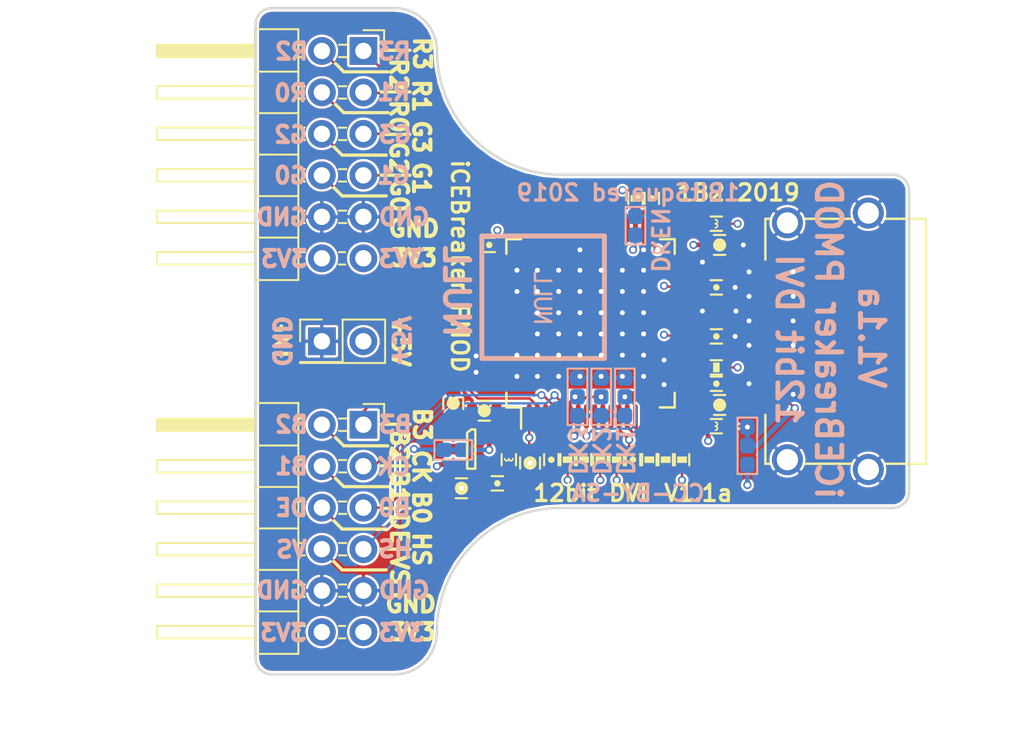
<source format=kicad_pcb>
(kicad_pcb (version 20171130) (host pcbnew 5.1.5-52549c5~86~ubuntu19.10.1)
  (title_block (title "iCEBreaker PMOD - 12bit DVI") (rev V1.1a) (company 1BitSquared) (comment 1 "(C) 2018-2019 Piotr Esden-Tempski <piotr@esden.net>") (comment 2 "(C) 2018-2019 1BitSquared <info@1bitsquared.com>") (comment 3 "License: CC-BY-SA V4.0"))
  (layers (0 F.Cu signal) (1 In1.Cu signal) (2 In2.Cu signal) (31 B.Cu signal) (34 B.Paste user) (35 F.Paste user) (36 B.SilkS user) (37 F.SilkS user) (38 B.Mask user) (39 F.Mask user) (44 Edge.Cuts user))
  (net 0 "")
  (net 1 GND)
  (net 2 +3V3)
  (net 3 +5V)
  (net 4 "Net-(C3-Pad1)")
  (net 5 /DE)
  (net 6 /VREF)
  (net 7 /HS)
  (net 8 /VS)
  (net 9 /EDGE-HTPLG)
  (net 10 /~PD)
  (net 11 /ISEL-~RST)
  (net 12 /DSEL-SDA)
  (net 13 /BSEL-SCL)
  (net 14 /CK-)
  (net 15 /CK+)
  (net 16 /TVDD)
  (net 17 /D0-)
  (net 18 /D0+)
  (net 19 /D1-)
  (net 20 /D1+)
  (net 21 /D2-)
  (net 22 /D2+)
  (net 23 /DKEN)
  (net 24 /CLK)
  (net 25 "Net-(J1-Pad12)")
  (net 26 /TFADJ)
  (net 27 "Net-(J5-Pad2)")
  (net 28 /B0)
  (net 29 /B1)
  (net 30 /B2)
  (net 31 /B3)
  (net 32 /G0)
  (net 33 /G1)
  (net 34 /G2)
  (net 35 /G3)
  (net 36 /R0)
  (net 37 /R1)
  (net 38 /R2)
  (net 39 /R3)
  (net 40 /VCC)
  (net 41 /PVCC)
  (net 42 /DK3)
  (net 43 /DK2)
  (net 44 /DK1)
  (module pkl_logos:null_Logo_SilkS_7.5mm (layer B.Cu) (at 47.6 37.5 90)
    (fp_text reference REF**)
    (fp_text value null_Logo_SilkS_7.5mm)
  )
  (module pkl_jumpers:J_0903 (layer B.Cu) (at 49.7 43.6 90)
    (fp_text reference J7)
    (fp_text value sj)
    (pad 3 smd roundrect (at 1.15 0 90) (size 0.95 0.9) (layers B.Cu B.Mask) (net 1 GND))
    (pad 2 smd roundrect (at 0 0 90) (size 0.95 0.9) (layers B.Cu B.Mask) (net 42 /DK3))
    (pad 1 smd roundrect (at -1.15 0 90) (size 0.95 0.9) (layers B.Cu B.Mask) (net 2 +3V3))
  )
  (module pkl_jumpers:J_0603 (layer B.Cu) (at 53.25 33.125 90)
    (fp_text reference J10)
    (fp_text value sj)
    (pad 2 smd roundrect (at 0.575 0 90) (size 0.95 0.9) (layers B.Cu B.Mask) (net 1 GND))
    (pad 1 smd roundrect (at -0.575 0 90) (size 0.95 0.9) (layers B.Cu B.Mask) (net 23 /DKEN))
  )
  (module pkl_jumpers:J_0903 (layer B.Cu) (at 52.6 43.6 90)
    (fp_text reference J9)
    (fp_text value sj)
    (pad 3 smd roundrect (at 1.15 0 90) (size 0.95 0.9) (layers B.Cu B.Mask) (net 1 GND))
    (pad 2 smd roundrect (at 0 0 90) (size 0.95 0.9) (layers B.Cu B.Mask) (net 44 /DK1))
    (pad 1 smd roundrect (at -1.15 0 90) (size 0.95 0.9) (layers B.Cu B.Mask) (net 2 +3V3))
  )
  (module pkl_jumpers:J_0903 (layer B.Cu) (at 51.15 43.6 90)
    (fp_text reference J8)
    (fp_text value sj)
    (pad 3 smd roundrect (at 1.15 0 90) (size 0.95 0.9) (layers B.Cu B.Mask) (net 1 GND))
    (pad 2 smd roundrect (at 0 0 90) (size 0.95 0.9) (layers B.Cu B.Mask) (net 43 /DK2))
    (pad 1 smd roundrect (at -1.15 0 90) (size 0.95 0.9) (layers B.Cu B.Mask) (net 2 +3V3))
  )
  (module pkl_dipol:C_0402 (layer F.Cu) (at 44.3 34.3 180)
    (fp_text reference C11)
    (fp_text value 100n)
    (pad 2 smd roundrect (at 0.5 0 180) (size 0.5 0.6) (layers F.Cu F.Paste F.Mask) (net 1 GND))
    (pad 1 smd roundrect (at -0.5 0 180) (size 0.5 0.6) (layers F.Cu F.Paste F.Mask) (net 41 /PVCC))
  )
  (module pkl_jumpers:J_NCNO_0903_30 (layer B.Cu) (at 60.1 46.6 270)
    (fp_text reference J5)
    (fp_text value 3v3_5v_sel)
    (fp_line (start -0.775 0) (end -0.375 0) (layer B.Cu) (width 0.3))
    (pad 1 smd roundrect (at -1.15 0 270) (size 0.95 0.9) (layers B.Cu B.Paste B.Mask) (net 2 +3V3))
    (pad 2 smd roundrect (at 0 0 270) (size 0.95 0.9) (layers B.Cu B.Paste B.Mask) (net 27 "Net-(J5-Pad2)"))
    (pad 3 smd roundrect (at 1.15 0 270) (size 0.95 0.9) (layers B.Cu B.Paste B.Mask) (net 3 +5V))
  )
  (module pkl_connectors:PMODHeader_2x06_P2.54mm_Horizontal (layer F.Cu) (at 36.6 35.12 180)
    (fp_text reference J2)
    (fp_text value PMOD)
    (pad 6 thru_hole circle (at 0 0 180) (size 1.7 1.7) (drill 1) (layers *.Cu *.Mask) (net 25 "Net-(J1-Pad12)"))
    (pad 12 thru_hole oval (at 2.54 0 180) (size 1.7 1.7) (drill 1) (layers *.Cu *.Mask) (net 25 "Net-(J1-Pad12)"))
    (pad 5 thru_hole oval (at 0 2.54 180) (size 1.7 1.7) (drill 1) (layers *.Cu *.Mask) (net 1 GND))
    (pad 11 thru_hole oval (at 2.54 2.54 180) (size 1.7 1.7) (drill 1) (layers *.Cu *.Mask) (net 1 GND))
    (pad 4 thru_hole oval (at 0 5.08 180) (size 1.7 1.7) (drill 1) (layers *.Cu *.Mask) (net 33 /G1))
    (pad 10 thru_hole oval (at 2.54 5.08 180) (size 1.7 1.7) (drill 1) (layers *.Cu *.Mask) (net 32 /G0))
    (pad 3 thru_hole oval (at 0 7.62 180) (size 1.7 1.7) (drill 1) (layers *.Cu *.Mask) (net 35 /G3))
    (pad 9 thru_hole oval (at 2.54 7.62 180) (size 1.7 1.7) (drill 1) (layers *.Cu *.Mask) (net 34 /G2))
    (pad 2 thru_hole oval (at 0 10.16 180) (size 1.7 1.7) (drill 1) (layers *.Cu *.Mask) (net 37 /R1))
    (pad 8 thru_hole oval (at 2.54 10.16 180) (size 1.7 1.7) (drill 1) (layers *.Cu *.Mask) (net 36 /R0))
    (pad 1 thru_hole rect (at 0 12.7 180) (size 1.7 1.7) (drill 1) (layers *.Cu *.Mask) (net 39 /R3))
    (pad 7 thru_hole circle (at 2.54 12.7 180) (size 1.7 1.7) (drill 1) (layers *.Cu *.Mask) (net 38 /R2))
  )
  (module Connector_PinHeader_2.54mm:PinHeader_2x01_P2.54mm_Vertical (layer F.Cu) (at 34.06 40.2)
    (fp_text reference J4)
    (fp_text value 5V)
    (pad 1 thru_hole rect (at 0 0) (size 1.7 1.7) (drill 1) (layers *.Cu *.Mask) (net 1 GND))
    (pad 2 thru_hole oval (at 2.54 0) (size 1.7 1.7) (drill 1) (layers *.Cu *.Mask) (net 3 +5V))
  )
  (module pkl_housings_qfp:TQFP-64-1EP_10x10mm_P0.5mm_EP5x5mm (layer F.Cu) (at 50.5 39.1 90)
    (fp_text reference U2)
    (fp_text value SII164)
    (pad 65 thru_hole circle (at -1.95 3.25 90) (size 0.5 0.5) (drill 0.3) (layers *.Cu) (net 1 GND))
    (pad 65 thru_hole circle (at -3.25 3.25 90) (size 0.5 0.5) (drill 0.3) (layers *.Cu) (net 1 GND))
    (pad 65 thru_hole circle (at 0.65 3.25 90) (size 0.5 0.5) (drill 0.3) (layers *.Cu) (net 1 GND))
    (pad 65 thru_hole circle (at -0.65 3.25 90) (size 0.5 0.5) (drill 0.3) (layers *.Cu) (net 1 GND))
    (pad 65 thru_hole circle (at 3.25 3.25 90) (size 0.5 0.5) (drill 0.3) (layers *.Cu) (net 1 GND))
    (pad 65 thru_hole circle (at 1.95 3.25 90) (size 0.5 0.5) (drill 0.3) (layers *.Cu) (net 1 GND))
    (pad 65 thru_hole circle (at -1.95 1.95 90) (size 0.5 0.5) (drill 0.3) (layers *.Cu) (net 1 GND))
    (pad 65 thru_hole circle (at -3.25 1.95 90) (size 0.5 0.5) (drill 0.3) (layers *.Cu) (net 1 GND))
    (pad 65 thru_hole circle (at 0.65 1.95 90) (size 0.5 0.5) (drill 0.3) (layers *.Cu) (net 1 GND))
    (pad 65 thru_hole circle (at -0.65 1.95 90) (size 0.5 0.5) (drill 0.3) (layers *.Cu) (net 1 GND))
    (pad 65 thru_hole circle (at 3.25 1.95 90) (size 0.5 0.5) (drill 0.3) (layers *.Cu) (net 1 GND))
    (pad 65 thru_hole circle (at 1.95 1.95 90) (size 0.5 0.5) (drill 0.3) (layers *.Cu) (net 1 GND))
    (pad 65 thru_hole circle (at -3.25 0.65 90) (size 0.5 0.5) (drill 0.3) (layers *.Cu) (net 1 GND))
    (pad 65 thru_hole circle (at 0.65 0.65 90) (size 0.5 0.5) (drill 0.3) (layers *.Cu) (net 1 GND))
    (pad 65 thru_hole circle (at -0.65 0.65 90) (size 0.5 0.5) (drill 0.3) (layers *.Cu) (net 1 GND))
    (pad 65 thru_hole circle (at 1.95 0.65 90) (size 0.5 0.5) (drill 0.3) (layers *.Cu) (net 1 GND))
    (pad 65 thru_hole circle (at -1.95 0.65 90) (size 0.5 0.5) (drill 0.3) (layers *.Cu) (net 1 GND))
    (pad 65 thru_hole circle (at 3.25 0.65 90) (size 0.5 0.5) (drill 0.3) (layers *.Cu) (net 1 GND))
    (pad 65 thru_hole circle (at -3.25 -0.65 90) (size 0.5 0.5) (drill 0.3) (layers *.Cu) (net 1 GND))
    (pad 65 thru_hole circle (at 0.65 -0.65 90) (size 0.5 0.5) (drill 0.3) (layers *.Cu) (net 1 GND))
    (pad 65 thru_hole circle (at -0.65 -0.65 90) (size 0.5 0.5) (drill 0.3) (layers *.Cu) (net 1 GND))
    (pad 65 thru_hole circle (at 1.95 -0.65 90) (size 0.5 0.5) (drill 0.3) (layers *.Cu) (net 1 GND))
    (pad 65 thru_hole circle (at -1.95 -0.65 90) (size 0.5 0.5) (drill 0.3) (layers *.Cu) (net 1 GND))
    (pad 65 thru_hole circle (at 3.25 -0.65 90) (size 0.5 0.5) (drill 0.3) (layers *.Cu) (net 1 GND))
    (pad 65 thru_hole circle (at 1.95 -1.95 90) (size 0.5 0.5) (drill 0.3) (layers *.Cu) (net 1 GND))
    (pad 65 thru_hole circle (at -1.95 -1.95 90) (size 0.5 0.5) (drill 0.3) (layers *.Cu) (net 1 GND))
    (pad 65 thru_hole circle (at 3.25 -1.95 90) (size 0.5 0.5) (drill 0.3) (layers *.Cu) (net 1 GND))
    (pad 65 thru_hole circle (at -3.25 -1.95 90) (size 0.5 0.5) (drill 0.3) (layers *.Cu) (net 1 GND))
    (pad 65 thru_hole circle (at 0.65 -1.95 90) (size 0.5 0.5) (drill 0.3) (layers *.Cu) (net 1 GND))
    (pad 65 thru_hole circle (at -0.65 -1.95 90) (size 0.5 0.5) (drill 0.3) (layers *.Cu) (net 1 GND))
    (pad 65 thru_hole circle (at 3.25 -3.25 90) (size 0.5 0.5) (drill 0.3) (layers *.Cu) (net 1 GND))
    (pad 65 thru_hole circle (at 1.95 -3.25 90) (size 0.5 0.5) (drill 0.3) (layers *.Cu) (net 1 GND))
    (pad 65 thru_hole circle (at 0.65 -3.25 90) (size 0.5 0.5) (drill 0.3) (layers *.Cu) (net 1 GND))
    (pad 65 thru_hole circle (at -0.65 -3.25 90) (size 0.5 0.5) (drill 0.3) (layers *.Cu) (net 1 GND))
    (pad 65 thru_hole circle (at -1.95 -3.25 90) (size 0.5 0.5) (drill 0.3) (layers *.Cu) (net 1 GND))
    (pad 65 thru_hole circle (at -3.25 -3.25 90) (size 0.5 0.5) (drill 0.3) (layers *.Cu) (net 1 GND))
    (pad 65 smd rect (at 0 0 90) (size 8 8) (layers F.Cu) (net 1 GND))
    (pad 64 smd oval (at -3.75 -5.7 90) (size 0.3 1.5) (layers F.Cu F.Paste F.Mask) (net 1 GND))
    (pad 63 smd oval (at -3.25 -5.7 90) (size 0.3 1.5) (layers F.Cu F.Paste F.Mask) (net 1 GND))
    (pad 62 smd oval (at -2.75 -5.7 90) (size 0.3 1.5) (layers F.Cu F.Paste F.Mask) (net 1 GND))
    (pad 61 smd oval (at -2.25 -5.7 90) (size 0.3 1.5) (layers F.Cu F.Paste F.Mask) (net 1 GND))
    (pad 60 smd oval (at -1.75 -5.7 90) (size 0.3 1.5) (layers F.Cu F.Paste F.Mask) (net 1 GND))
    (pad 59 smd oval (at -1.25 -5.7 90) (size 0.3 1.5) (layers F.Cu F.Paste F.Mask) (net 28 /B0))
    (pad 58 smd oval (at -0.75 -5.7 90) (size 0.3 1.5) (layers F.Cu F.Paste F.Mask) (net 29 /B1))
    (pad 57 smd oval (at -0.25 -5.7 90) (size 0.3 1.5) (layers F.Cu F.Paste F.Mask) (net 24 /CLK))
    (pad 56 smd oval (at 0.25 -5.7 90) (size 0.3 1.5) (layers F.Cu F.Paste F.Mask) (net 1 GND))
    (pad 55 smd oval (at 0.75 -5.7 90) (size 0.3 1.5) (layers F.Cu F.Paste F.Mask) (net 30 /B2))
    (pad 54 smd oval (at 1.25 -5.7 90) (size 0.3 1.5) (layers F.Cu F.Paste F.Mask) (net 31 /B3))
    (pad 53 smd oval (at 1.75 -5.7 90) (size 0.3 1.5) (layers F.Cu F.Paste F.Mask) (net 1 GND))
    (pad 52 smd oval (at 2.25 -5.7 90) (size 0.3 1.5) (layers F.Cu F.Paste F.Mask) (net 1 GND))
    (pad 51 smd oval (at 2.75 -5.7 90) (size 0.3 1.5) (layers F.Cu F.Paste F.Mask) (net 1 GND))
    (pad 50 smd oval (at 3.25 -5.7 90) (size 0.3 1.5) (layers F.Cu F.Paste F.Mask) (net 1 GND))
    (pad 49 smd oval (at 3.75 -5.7 90) (size 0.3 1.5) (layers F.Cu F.Paste F.Mask) (net 41 /PVCC))
    (pad 48 smd oval (at 5.7 -3.75 180) (size 0.3 1.5) (layers F.Cu F.Paste F.Mask) (net 1 GND))
    (pad 47 smd oval (at 5.7 -3.25 180) (size 0.3 1.5) (layers F.Cu F.Paste F.Mask) (net 32 /G0))
    (pad 46 smd oval (at 5.7 -2.75 180) (size 0.3 1.5) (layers F.Cu F.Paste F.Mask) (net 33 /G1))
    (pad 45 smd oval (at 5.7 -2.25 180) (size 0.3 1.5) (layers F.Cu F.Paste F.Mask) (net 34 /G2))
    (pad 44 smd oval (at 5.7 -1.75 180) (size 0.3 1.5) (layers F.Cu F.Paste F.Mask) (net 35 /G3))
    (pad 43 smd oval (at 5.7 -1.25 180) (size 0.3 1.5) (layers F.Cu F.Paste F.Mask) (net 1 GND))
    (pad 42 smd oval (at 5.7 -0.75 180) (size 0.3 1.5) (layers F.Cu F.Paste F.Mask) (net 1 GND))
    (pad 41 smd oval (at 5.7 -0.25 180) (size 0.3 1.5) (layers F.Cu F.Paste F.Mask) (net 1 GND))
    (pad 40 smd oval (at 5.7 0.25 180) (size 0.3 1.5) (layers F.Cu F.Paste F.Mask) (net 1 GND))
    (pad 39 smd oval (at 5.7 0.75 180) (size 0.3 1.5) (layers F.Cu F.Paste F.Mask) (net 36 /R0))
    (pad 38 smd oval (at 5.7 1.25 180) (size 0.3 1.5) (layers F.Cu F.Paste F.Mask) (net 37 /R1))
    (pad 37 smd oval (at 5.7 1.75 180) (size 0.3 1.5) (layers F.Cu F.Paste F.Mask) (net 38 /R2))
    (pad 36 smd oval (at 5.7 2.25 180) (size 0.3 1.5) (layers F.Cu F.Paste F.Mask) (net 39 /R3))
    (pad 35 smd oval (at 5.7 2.75 180) (size 0.3 1.5) (layers F.Cu F.Paste F.Mask) (net 23 /DKEN))
    (pad 34 smd oval (at 5.7 3.25 180) (size 0.3 1.5) (layers F.Cu F.Paste F.Mask) (net 1 GND))
    (pad 33 smd oval (at 5.7 3.75 180) (size 0.3 1.5) (layers F.Cu F.Paste F.Mask) (net 40 /VCC))
    (pad 32 smd oval (at 3.75 5.7 90) (size 0.3 1.5) (layers F.Cu F.Paste F.Mask) (net 1 GND))
    (pad 31 smd oval (at 3.25 5.7 90) (size 0.3 1.5) (layers F.Cu F.Paste F.Mask) (net 22 /D2+))
    (pad 30 smd oval (at 2.75 5.7 90) (size 0.3 1.5) (layers F.Cu F.Paste F.Mask) (net 21 /D2-))
    (pad 29 smd oval (at 2.25 5.7 90) (size 0.3 1.5) (layers F.Cu F.Paste F.Mask) (net 16 /TVDD))
    (pad 28 smd oval (at 1.75 5.7 90) (size 0.3 1.5) (layers F.Cu F.Paste F.Mask) (net 20 /D1+))
    (pad 27 smd oval (at 1.25 5.7 90) (size 0.3 1.5) (layers F.Cu F.Paste F.Mask) (net 19 /D1-))
    (pad 26 smd oval (at 0.75 5.7 90) (size 0.3 1.5) (layers F.Cu F.Paste F.Mask) (net 1 GND))
    (pad 25 smd oval (at 0.25 5.7 90) (size 0.3 1.5) (layers F.Cu F.Paste F.Mask) (net 18 /D0+))
    (pad 24 smd oval (at -0.25 5.7 90) (size 0.3 1.5) (layers F.Cu F.Paste F.Mask) (net 17 /D0-))
    (pad 23 smd oval (at -0.75 5.7 90) (size 0.3 1.5) (layers F.Cu F.Paste F.Mask) (net 16 /TVDD))
    (pad 22 smd oval (at -1.25 5.7 90) (size 0.3 1.5) (layers F.Cu F.Paste F.Mask) (net 15 /CK+))
    (pad 21 smd oval (at -1.75 5.7 90) (size 0.3 1.5) (layers F.Cu F.Paste F.Mask) (net 14 /CK-))
    (pad 20 smd oval (at -2.25 5.7 90) (size 0.3 1.5) (layers F.Cu F.Paste F.Mask) (net 1 GND))
    (pad 19 smd oval (at -2.75 5.7 90) (size 0.3 1.5) (layers F.Cu F.Paste F.Mask) (net 26 /TFADJ))
    (pad 18 smd oval (at -3.25 5.7 90) (size 0.3 1.5) (layers F.Cu F.Paste F.Mask) (net 41 /PVCC))
    (pad 17 smd oval (at -3.75 5.7 90) (size 0.3 1.5) (layers F.Cu F.Paste F.Mask) (net 1 GND))
    (pad 16 smd oval (at -5.7 3.75 180) (size 0.3 1.5) (layers F.Cu F.Paste F.Mask) (net 1 GND))
    (pad 15 smd oval (at -5.7 3.25 180) (size 0.3 1.5) (layers F.Cu F.Paste F.Mask) (net 13 /BSEL-SCL))
    (pad 14 smd oval (at -5.7 2.75 180) (size 0.3 1.5) (layers F.Cu F.Paste F.Mask) (net 12 /DSEL-SDA))
    (pad 13 smd oval (at -5.7 2.25 180) (size 0.3 1.5) (layers F.Cu F.Paste F.Mask) (net 11 /ISEL-~RST))
    (pad 12 smd oval (at -5.7 1.75 180) (size 0.3 1.5) (layers F.Cu F.Paste F.Mask) (net 40 /VCC))
    (pad 11 smd oval (at -5.7 1.25 180) (size 0.3 1.5) (layers F.Cu F.Paste F.Mask))
    (pad 10 smd oval (at -5.7 0.75 180) (size 0.3 1.5) (layers F.Cu F.Paste F.Mask) (net 10 /~PD))
    (pad 9 smd oval (at -5.7 0.25 180) (size 0.3 1.5) (layers F.Cu F.Paste F.Mask) (net 9 /EDGE-HTPLG))
    (pad 8 smd oval (at -5.7 -0.25 180) (size 0.3 1.5) (layers F.Cu F.Paste F.Mask) (net 44 /DK1))
    (pad 7 smd oval (at -5.7 -0.75 180) (size 0.3 1.5) (layers F.Cu F.Paste F.Mask) (net 43 /DK2))
    (pad 6 smd oval (at -5.7 -1.25 180) (size 0.3 1.5) (layers F.Cu F.Paste F.Mask) (net 42 /DK3))
    (pad 5 smd oval (at -5.7 -1.75 180) (size 0.3 1.5) (layers F.Cu F.Paste F.Mask) (net 8 /VS))
    (pad 4 smd oval (at -5.7 -2.25 180) (size 0.3 1.5) (layers F.Cu F.Paste F.Mask) (net 7 /HS))
    (pad 3 smd oval (at -5.7 -2.75 180) (size 0.3 1.5) (layers F.Cu F.Paste F.Mask) (net 6 /VREF))
    (pad 2 smd oval (at -5.7 -3.25 180) (size 0.3 1.5) (layers F.Cu F.Paste F.Mask) (net 5 /DE))
    (pad 1 smd oval (at -5.7 -3.75 180) (size 0.3 1.5) (layers F.Cu F.Paste F.Mask) (net 40 /VCC))
  )
  (module pkl_jumpers:J_NC_0603_30 (layer B.Cu) (at 42.1 46.85 180)
    (fp_text reference J3)
    (fp_text value jmp)
    (fp_line (start -0.2 0) (end 0.2 0) (layer B.Cu) (width 0.3))
    (pad 1 smd roundrect (at -0.575 0 180) (size 0.95 0.9) (layers B.Cu B.Paste B.Mask) (net 2 +3V3))
    (pad 2 smd roundrect (at 0.575 0 180) (size 0.95 0.9) (layers B.Cu B.Paste B.Mask) (net 25 "Net-(J1-Pad12)"))
  )
  (module pkl_connectors:HDMI-10029449-111RLF (layer F.Cu) (at 62.5 40.2 90)
    (fp_text reference J6)
    (fp_text value HDMI_A_1.4 hide)
    (pad 19 smd roundrect (at -4.25 -0.95 90) (size 0.3 1.9) (layers F.Cu F.Paste F.Mask))
    (pad 1 smd roundrect (at 4.75 -0.95 90) (size 0.3 1.9) (layers F.Cu F.Paste F.Mask) (net 22 /D2+))
    (pad 18 smd roundrect (at -3.75 -0.95 90) (size 0.3 1.9) (layers F.Cu F.Paste F.Mask) (net 27 "Net-(J5-Pad2)"))
    (pad 17 smd roundrect (at -3.25 -0.95 90) (size 0.3 1.9) (layers F.Cu F.Paste F.Mask) (net 1 GND))
    (pad 16 smd roundrect (at -2.75 -0.95 90) (size 0.3 1.9) (layers F.Cu F.Paste F.Mask))
    (pad 15 smd roundrect (at -2.25 -0.95 90) (size 0.3 1.9) (layers F.Cu F.Paste F.Mask))
    (pad 14 smd roundrect (at -1.75 -0.95 90) (size 0.3 1.9) (layers F.Cu F.Paste F.Mask))
    (pad 13 smd roundrect (at -1.25 -0.95 90) (size 0.3 1.9) (layers F.Cu F.Paste F.Mask))
    (pad 12 smd roundrect (at -0.75 -0.95 90) (size 0.3 1.9) (layers F.Cu F.Paste F.Mask) (net 14 /CK-))
    (pad 11 smd roundrect (at -0.25 -0.95 90) (size 0.3 1.9) (layers F.Cu F.Paste F.Mask) (net 1 GND))
    (pad 10 smd roundrect (at 0.25 -0.95 90) (size 0.3 1.9) (layers F.Cu F.Paste F.Mask) (net 15 /CK+))
    (pad 9 smd roundrect (at 0.75 -0.95 90) (size 0.3 1.9) (layers F.Cu F.Paste F.Mask) (net 17 /D0-))
    (pad 8 smd roundrect (at 1.25 -0.95 90) (size 0.3 1.9) (layers F.Cu F.Paste F.Mask) (net 1 GND))
    (pad 7 smd roundrect (at 1.75 -0.95 90) (size 0.3 1.9) (layers F.Cu F.Paste F.Mask) (net 18 /D0+))
    (pad 6 smd roundrect (at 2.25 -0.95 90) (size 0.3 1.9) (layers F.Cu F.Paste F.Mask) (net 19 /D1-))
    (pad 5 smd roundrect (at 2.75 -0.95 90) (size 0.3 1.9) (layers F.Cu F.Paste F.Mask) (net 1 GND))
    (pad 4 smd roundrect (at 3.25 -0.95 90) (size 0.3 1.9) (layers F.Cu F.Paste F.Mask) (net 20 /D1+))
    (pad 3 smd roundrect (at 3.75 -0.95 90) (size 0.3 1.9) (layers F.Cu F.Paste F.Mask) (net 21 /D2-))
    (pad 2 smd roundrect (at 4.25 -0.95 90) (size 0.3 1.9) (layers F.Cu F.Paste F.Mask) (net 1 GND))
    (pad SH thru_hole circle (at -7.25 0.05 90) (size 1.9 1.9) (drill 1.3) (layers *.Cu *.Mask) (net 1 GND))
    (pad SH thru_hole circle (at 7.25 0.05 90) (size 1.9 1.9) (drill 1.3) (layers *.Cu *.Mask) (net 1 GND))
    (pad SH thru_hole circle (at 7.85 5 90) (size 1.9 1.9) (drill 1.3) (layers *.Cu *.Mask) (net 1 GND))
    (pad SH thru_hole circle (at -7.85 5 90) (size 1.9 1.9) (drill 1.3) (layers *.Cu *.Mask) (net 1 GND))
  )
  (module pkl_dipol:C_0402 (layer F.Cu) (at 54.25 31.45 90)
    (fp_text reference C6)
    (fp_text value 100n)
    (pad 2 smd roundrect (at 0.5 0 90) (size 0.5 0.6) (layers F.Cu F.Paste F.Mask) (net 1 GND))
    (pad 1 smd roundrect (at -0.5 0 90) (size 0.5 0.6) (layers F.Cu F.Paste F.Mask) (net 40 /VCC))
  )
  (module pkl_dipol:C_0402 (layer F.Cu) (at 58.2 39.9)
    (fp_text reference C7)
    (fp_text value 100n)
    (pad 1 smd roundrect (at -0.5 0) (size 0.5 0.6) (layers F.Cu F.Paste F.Mask) (net 16 /TVDD))
    (pad 2 smd roundrect (at 0.5 0) (size 0.5 0.6) (layers F.Cu F.Paste F.Mask) (net 1 GND))
  )
  (module pkl_dipol:C_0402 (layer F.Cu) (at 48.1 47.45 270)
    (fp_text reference C8)
    (fp_text value 100n)
    (pad 2 smd roundrect (at 0.5 0 270) (size 0.5 0.6) (layers F.Cu F.Paste F.Mask) (net 1 GND))
    (pad 1 smd roundrect (at -0.5 0 270) (size 0.5 0.6) (layers F.Cu F.Paste F.Mask) (net 40 /VCC))
  )
  (module pkl_dipol:C_0402 (layer F.Cu) (at 58.2 42.8)
    (fp_text reference C9)
    (fp_text value 100n)
    (pad 1 smd roundrect (at -0.5 0) (size 0.5 0.6) (layers F.Cu F.Paste F.Mask) (net 41 /PVCC))
    (pad 2 smd roundrect (at 0.5 0) (size 0.5 0.6) (layers F.Cu F.Paste F.Mask) (net 1 GND))
  )
  (module pkl_dipol:C_0402 (layer F.Cu) (at 58.2 36.9)
    (fp_text reference C10)
    (fp_text value 100n)
    (pad 2 smd roundrect (at 0.5 0) (size 0.5 0.6) (layers F.Cu F.Paste F.Mask) (net 1 GND))
    (pad 1 smd roundrect (at -0.5 0) (size 0.5 0.6) (layers F.Cu F.Paste F.Mask) (net 16 /TVDD))
  )
  (module pkl_dipol:C_0402 (layer F.Cu) (at 53.1 47.45 270)
    (fp_text reference C5)
    (fp_text value 100n)
    (pad 2 smd roundrect (at 0.5 0 270) (size 0.5 0.6) (layers F.Cu F.Paste F.Mask) (net 1 GND))
    (pad 1 smd roundrect (at -0.5 0 270) (size 0.5 0.6) (layers F.Cu F.Paste F.Mask) (net 40 /VCC))
  )
  (module pkl_dipol:C_0402 (layer F.Cu) (at 44.8 48.9)
    (fp_text reference C3)
    (fp_text value 470p)
    (pad 1 smd roundrect (at -0.5 0) (size 0.5 0.6) (layers F.Cu F.Paste F.Mask) (net 4 "Net-(C3-Pad1)"))
    (pad 2 smd roundrect (at 0.5 0) (size 0.5 0.6) (layers F.Cu F.Paste F.Mask) (net 1 GND))
  )
  (module pkl_dipol:C_0603 (layer F.Cu) (at 46.8 47.65 270)
    (fp_text reference C14)
    (fp_text value 10u)
    (pad 2 smd roundrect (at 0.75 0 270) (size 0.6 0.9) (layers F.Cu F.Paste F.Mask) (net 1 GND))
    (pad 1 smd roundrect (at -0.75 0 270) (size 0.6 0.9) (layers F.Cu F.Paste F.Mask) (net 40 /VCC))
  )
  (module pkl_dipol:C_0603 (layer F.Cu) (at 58.4 34.3)
    (fp_text reference C16)
    (fp_text value 10u)
    (pad 1 smd roundrect (at -0.75 0) (size 0.6 0.9) (layers F.Cu F.Paste F.Mask) (net 16 /TVDD))
    (pad 2 smd roundrect (at 0.75 0) (size 0.6 0.9) (layers F.Cu F.Paste F.Mask) (net 1 GND))
  )
  (module pkl_dipol:C_0603 (layer F.Cu) (at 58.4 44.1)
    (fp_text reference C15)
    (fp_text value 10u)
    (pad 2 smd roundrect (at 0.75 0) (size 0.6 0.9) (layers F.Cu F.Paste F.Mask) (net 1 GND))
    (pad 1 smd roundrect (at -0.75 0) (size 0.6 0.9) (layers F.Cu F.Paste F.Mask) (net 41 /PVCC))
  )
  (module pkl_dipol:C_0603 (layer F.Cu) (at 42.1 44 90)
    (fp_text reference C2)
    (fp_text value 4u7)
    (pad 1 smd roundrect (at -0.75 0 90) (size 0.6 0.9) (layers F.Cu F.Paste F.Mask) (net 3 +5V))
    (pad 2 smd roundrect (at 0.75 0 90) (size 0.6 0.9) (layers F.Cu F.Paste F.Mask) (net 1 GND))
  )
  (module pkl_dipol:C_0603 (layer F.Cu) (at 42.6 49.2)
    (fp_text reference C1)
    (fp_text value 10u)
    (pad 2 smd roundrect (at 0.75 0) (size 0.6 0.9) (layers F.Cu F.Paste F.Mask) (net 1 GND))
    (pad 1 smd roundrect (at -0.75 0) (size 0.6 0.9) (layers F.Cu F.Paste F.Mask) (net 2 +3V3))
  )
  (module pkl_dipol:C_0603 (layer F.Cu) (at 44 44.45 180)
    (fp_text reference C4)
    (fp_text value 4u7)
    (pad 1 smd roundrect (at -0.75 0 180) (size 0.6 0.9) (layers F.Cu F.Paste F.Mask) (net 2 +3V3))
    (pad 2 smd roundrect (at 0.75 0 180) (size 0.6 0.9) (layers F.Cu F.Paste F.Mask) (net 1 GND))
  )
  (module pkl_dipol:L_0402 (layer F.Cu) (at 58.2 33 180)
    (fp_text reference L3)
    (fp_text value 600)
    (pad 1 smd roundrect (at -0.5 0 180) (size 0.5 0.6) (layers F.Cu F.Paste F.Mask) (net 2 +3V3))
    (pad 2 smd roundrect (at 0.5 0 180) (size 0.5 0.6) (layers F.Cu F.Paste F.Mask) (net 16 /TVDD))
  )
  (module pkl_dipol:L_0402 (layer F.Cu) (at 45.5 47.45 90)
    (fp_text reference L1)
    (fp_text value 600)
    (pad 2 smd roundrect (at 0.5 0 90) (size 0.5 0.6) (layers F.Cu F.Paste F.Mask) (net 40 /VCC))
    (pad 1 smd roundrect (at -0.5 0 90) (size 0.5 0.6) (layers F.Cu F.Paste F.Mask) (net 2 +3V3))
  )
  (module pkl_dipol:L_0402 (layer F.Cu) (at 58.2 45.4 180)
    (fp_text reference L2)
    (fp_text value 600)
    (pad 1 smd roundrect (at -0.5 0 180) (size 0.5 0.6) (layers F.Cu F.Paste F.Mask) (net 2 +3V3))
    (pad 2 smd roundrect (at 0.5 0 180) (size 0.5 0.6) (layers F.Cu F.Paste F.Mask) (net 41 /PVCC))
  )
  (module pkl_dipol:R_0402 (layer F.Cu) (at 58.2 41.8 180)
    (fp_text reference R9)
    (fp_text value 510E)
    (pad 1 smd roundrect (at -0.5 0 180) (size 0.5 0.6) (layers F.Cu F.Paste F.Mask) (net 2 +3V3))
    (pad 2 smd roundrect (at 0.5 0 180) (size 0.5 0.6) (layers F.Cu F.Paste F.Mask) (net 26 /TFADJ))
  )
  (module pkl_dipol:R_0402 (layer F.Cu) (at 55.1 47.45 270)
    (fp_text reference R8)
    (fp_text value 10k)
    (pad 2 smd roundrect (at 0.5 0 270) (size 0.5 0.6) (layers F.Cu F.Paste F.Mask) (net 1 GND))
    (pad 1 smd roundrect (at -0.5 0 270) (size 0.5 0.6) (layers F.Cu F.Paste F.Mask) (net 12 /DSEL-SDA))
  )
  (module pkl_dipol:R_0402 (layer F.Cu) (at 54.1 47.45 270)
    (fp_text reference R7)
    (fp_text value 10k)
    (pad 1 smd roundrect (at -0.5 0 270) (size 0.5 0.6) (layers F.Cu F.Paste F.Mask) (net 11 /ISEL-~RST))
    (pad 2 smd roundrect (at 0.5 0 270) (size 0.5 0.6) (layers F.Cu F.Paste F.Mask) (net 1 GND))
  )
  (module pkl_dipol:R_0402 (layer F.Cu) (at 50.1 47.45 270)
    (fp_text reference R6)
    (fp_text value DNP)
    (pad 2 smd roundrect (at 0.5 0 270) (size 0.5 0.6) (layers F.Cu F.Paste F.Mask) (net 1 GND))
    (pad 1 smd roundrect (at -0.5 0 270) (size 0.5 0.6) (layers F.Cu F.Paste F.Mask) (net 6 /VREF))
  )
  (module pkl_dipol:R_0402 (layer F.Cu) (at 49.1 47.45 90)
    (fp_text reference R5)
    (fp_text value 33k)
    (pad 1 smd roundrect (at -0.5 0 90) (size 0.5 0.6) (layers F.Cu F.Paste F.Mask) (net 2 +3V3))
    (pad 2 smd roundrect (at 0.5 0 90) (size 0.5 0.6) (layers F.Cu F.Paste F.Mask) (net 6 /VREF))
  )
  (module pkl_dipol:R_0402 (layer F.Cu) (at 56.1 47.45 90)
    (fp_text reference R1)
    (fp_text value 10k)
    (pad 2 smd roundrect (at 0.5 0 90) (size 0.5 0.6) (layers F.Cu F.Paste F.Mask) (net 13 /BSEL-SCL))
    (pad 1 smd roundrect (at -0.5 0 90) (size 0.5 0.6) (layers F.Cu F.Paste F.Mask) (net 2 +3V3))
  )
  (module pkl_dipol:R_0402 (layer F.Cu) (at 52.1 47.45 90)
    (fp_text reference R2)
    (fp_text value 10k)
    (pad 1 smd roundrect (at -0.5 0 90) (size 0.5 0.6) (layers F.Cu F.Paste F.Mask) (net 2 +3V3))
    (pad 2 smd roundrect (at 0.5 0 90) (size 0.5 0.6) (layers F.Cu F.Paste F.Mask) (net 10 /~PD))
  )
  (module pkl_dipol:R_0402 (layer F.Cu) (at 53.25 31.45 270)
    (fp_text reference R3)
    (fp_text value 10k)
    (pad 2 smd roundrect (at 0.5 0 270) (size 0.5 0.6) (layers F.Cu F.Paste F.Mask) (net 23 /DKEN))
    (pad 1 smd roundrect (at -0.5 0 270) (size 0.5 0.6) (layers F.Cu F.Paste F.Mask) (net 2 +3V3))
  )
  (module pkl_dipol:R_0402 (layer F.Cu) (at 51.1 47.45 90)
    (fp_text reference R4)
    (fp_text value 10k)
    (pad 1 smd roundrect (at -0.5 0 90) (size 0.5 0.6) (layers F.Cu F.Paste F.Mask) (net 2 +3V3))
    (pad 2 smd roundrect (at 0.5 0 90) (size 0.5 0.6) (layers F.Cu F.Paste F.Mask) (net 9 /EDGE-HTPLG))
  )
  (module pkl_housings_sot:SOT-23-5 (layer F.Cu) (at 43.2 46.799999 180)
    (fp_text reference U1)
    (fp_text value VREG_3V3)
    (pad 1 smd roundrect (at 1.1 0.95) (size 1.06 0.65) (layers F.Cu F.Paste F.Mask) (net 3 +5V))
    (pad 2 smd roundrect (at 1.1 0) (size 1.06 0.65) (layers F.Cu F.Paste F.Mask) (net 1 GND))
    (pad 3 smd roundrect (at 1.1 -0.95) (size 1.06 0.65) (layers F.Cu F.Paste F.Mask) (net 3 +5V))
    (pad 4 smd roundrect (at -1.1 -0.95) (size 1.06 0.65) (layers F.Cu F.Paste F.Mask) (net 4 "Net-(C3-Pad1)"))
    (pad 5 smd roundrect (at -1.1 0.95) (size 1.06 0.65) (layers F.Cu F.Paste F.Mask) (net 2 +3V3))
  )
  (module pkl_connectors:PMODHeader_2x06_P2.54mm_Horizontal (layer F.Cu) (at 36.6 58.01 180)
    (fp_text reference J1)
    (fp_text value PMOD)
    (pad 6 thru_hole circle (at 0 0 180) (size 1.7 1.7) (drill 1) (layers *.Cu *.Mask) (net 25 "Net-(J1-Pad12)"))
    (pad 12 thru_hole oval (at 2.54 0 180) (size 1.7 1.7) (drill 1) (layers *.Cu *.Mask) (net 25 "Net-(J1-Pad12)"))
    (pad 5 thru_hole oval (at 0 2.54 180) (size 1.7 1.7) (drill 1) (layers *.Cu *.Mask) (net 1 GND))
    (pad 11 thru_hole oval (at 2.54 2.54 180) (size 1.7 1.7) (drill 1) (layers *.Cu *.Mask) (net 1 GND))
    (pad 4 thru_hole oval (at 0 5.08 180) (size 1.7 1.7) (drill 1) (layers *.Cu *.Mask) (net 7 /HS))
    (pad 10 thru_hole oval (at 2.54 5.08 180) (size 1.7 1.7) (drill 1) (layers *.Cu *.Mask) (net 8 /VS))
    (pad 3 thru_hole oval (at 0 7.62 180) (size 1.7 1.7) (drill 1) (layers *.Cu *.Mask) (net 28 /B0))
    (pad 9 thru_hole oval (at 2.54 7.62 180) (size 1.7 1.7) (drill 1) (layers *.Cu *.Mask) (net 5 /DE))
    (pad 2 thru_hole oval (at 0 10.16 180) (size 1.7 1.7) (drill 1) (layers *.Cu *.Mask) (net 24 /CLK))
    (pad 8 thru_hole oval (at 2.54 10.16 180) (size 1.7 1.7) (drill 1) (layers *.Cu *.Mask) (net 29 /B1))
    (pad 1 thru_hole rect (at 0 12.7 180) (size 1.7 1.7) (drill 1) (layers *.Cu *.Mask) (net 31 /B3))
    (pad 7 thru_hole circle (at 2.54 12.7 180) (size 1.7 1.7) (drill 1) (layers *.Cu *.Mask) (net 30 /B2))
  )
  (gr_text DK3 (at 49.7 46.9 270) (layer B.SilkS) (effects (font (size 1 1) (thickness 0.2)) (justify mirror)))
  (gr_text DK2 (at 51.15 46.9 270) (layer B.SilkS) (effects (font (size 1 1) (thickness 0.2)) (justify mirror)))
  (gr_text DK1 (at 52.6 46.9 270) (layer B.SilkS) (effects (font (size 1 1) (thickness 0.2)) (justify mirror)))
  (gr_text DKEN (at 54.75 34 270) (layer B.SilkS) (effects (font (size 1 1) (thickness 0.2)) (justify mirror)))
  (gr_text NULL (at 42.3 37.15 270) (layer B.SilkS) (effects (font (size 1.5 1.5) (thickness 0.3)) (justify mirror)))
  (gr_text +5V (at 38.9 40.2 270) (layer B.SilkS) (effects (font (size 1 1) (thickness 0.25)) (justify mirror)))
  (gr_text GND (at 31.6 40.2 270) (layer B.SilkS) (effects (font (size 1 1) (thickness 0.25)) (justify mirror)))
  (gr_text GND (at 31.6 40.2 270) (layer F.SilkS) (effects (font (size 1 1) (thickness 0.25))))
  (gr_text GND (at 31.6 55.45) (layer B.SilkS) (effects (font (size 1 1) (thickness 0.25)) (justify mirror)))
  (gr_text 3V3 (at 31.7 58.05) (layer B.SilkS) (effects (font (size 1 1) (thickness 0.25)) (justify mirror)))
  (gr_text GND (at 31.6 32.6) (layer B.SilkS) (effects (font (size 1 1) (thickness 0.25)) (justify mirror)))
  (gr_text 3V3 (at 31.75 35.15) (layer B.SilkS) (effects (font (size 1 1) (thickness 0.25)) (justify mirror)))
  (gr_text R3 (at 38.5 22.45) (layer B.SilkS) (effects (font (size 1 1) (thickness 0.25)) (justify mirror)))
  (gr_text R2 (at 32.2 22.45) (layer B.SilkS) (effects (font (size 1 1) (thickness 0.25)) (justify mirror)))
  (gr_text R1 (at 38.45 24.95) (layer B.SilkS) (effects (font (size 1 1) (thickness 0.25)) (justify mirror)))
  (gr_text R0 (at 32.15 25) (layer B.SilkS) (effects (font (size 1 1) (thickness 0.25)) (justify mirror)))
  (gr_text G3 (at 38.55 27.55) (layer B.SilkS) (effects (font (size 1 1) (thickness 0.25)) (justify mirror)))
  (gr_text G2 (at 32.15 27.55) (layer B.SilkS) (effects (font (size 1 1) (thickness 0.25)) (justify mirror)))
  (gr_text G1 (at 38.45 30.05) (layer B.SilkS) (effects (font (size 1 1) (thickness 0.25)) (justify mirror)))
  (gr_text G0 (at 32.15 30.05) (layer B.SilkS) (effects (font (size 1 1) (thickness 0.25)) (justify mirror)))
  (gr_text 3V3 (at 38.95 35.15) (layer B.SilkS) (effects (font (size 1 1) (thickness 0.25)) (justify mirror)))
  (gr_text GND (at 39.1 32.6) (layer B.SilkS) (effects (font (size 1 1) (thickness 0.25)) (justify mirror)))
  (gr_line (start 35.3 31.3) (end 38 31.3) (layer F.SilkS) (width 0.2))
  (gr_line (start 37.7 22.38) (end 39.45 22.38) (layer F.SilkS) (width 0.2))
  (gr_line (start 34.9 25.7) (end 35.4 26.2) (layer F.SilkS) (width 0.2))
  (gr_line (start 35.4 23.7) (end 38.1 23.7) (layer F.SilkS) (width 0.2))
  (gr_line (start 37.7 30.03) (end 39.45 30.03) (layer F.SilkS) (width 0.2))
  (gr_line (start 34.8 30.8) (end 35.3 31.3) (layer F.SilkS) (width 0.2))
  (gr_line (start 35.4 26.2) (end 38.1 26.2) (layer F.SilkS) (width 0.2))
  (gr_line (start 37.7 27.53) (end 39.45 27.53) (layer F.SilkS) (width 0.2))
  (gr_line (start 37.7 24.93) (end 39.45 24.93) (layer F.SilkS) (width 0.2))
  (gr_line (start 34.9 23.2) (end 35.4 23.7) (layer F.SilkS) (width 0.2))
  (gr_line (start 35.3 28.8) (end 38 28.8) (layer F.SilkS) (width 0.2))
  (gr_line (start 34.8 28.3) (end 35.3 28.8) (layer F.SilkS) (width 0.2))
  (gr_line (start 35.3 54.2) (end 38 54.2) (layer F.SilkS) (width 0.2))
  (gr_line (start 34.8 53.7) (end 35.3 54.2) (layer F.SilkS) (width 0.2))
  (gr_text G0 (at 38.8 31.3 270) (layer F.SilkS) (effects (font (size 1 1) (thickness 0.25))))
  (gr_text 3V3 (at 39.7 35.1) (layer F.SilkS) (effects (font (size 1 1) (thickness 0.25))))
  (gr_text GND (at 39.7 33.3) (layer F.SilkS) (effects (font (size 1 1) (thickness 0.25))))
  (gr_text R3 (at 40.2 22.58 270) (layer F.SilkS) (effects (font (size 1 1) (thickness 0.25))))
  (gr_text R2 (at 38.75 23.88 270) (layer F.SilkS) (effects (font (size 1 1) (thickness 0.25))))
  (gr_text R1 (at 40.15 25.18 270) (layer F.SilkS) (effects (font (size 1 1) (thickness 0.25))))
  (gr_text R0 (at 38.75 26.43 270) (layer F.SilkS) (effects (font (size 1 1) (thickness 0.25))))
  (gr_text G2 (at 38.75 28.98 270) (layer F.SilkS) (effects (font (size 1 1) (thickness 0.25))))
  (gr_text G3 (at 40.15 27.68 270) (layer F.SilkS) (effects (font (size 1 1) (thickness 0.25))))
  (gr_text G1 (at 40.15 30.23 270) (layer F.SilkS) (effects (font (size 1 1) (thickness 0.25))))
  (gr_text 3V3 (at 38.95 58.05) (layer B.SilkS) (effects (font (size 1 1) (thickness 0.25)) (justify mirror)))
  (gr_text 3V3 (at 39.6 58) (layer F.SilkS) (effects (font (size 1 1) (thickness 0.25))))
  (gr_text GND (at 39.5 56.3) (layer F.SilkS) (effects (font (size 1 1) (thickness 0.25))))
  (gr_text GND (at 39.1 55.45) (layer B.SilkS) (effects (font (size 1 1) (thickness 0.25)) (justify mirror)))
  (gr_text +5V (at 38.9 40.2 270) (layer F.SilkS) (effects (font (size 1 1) (thickness 0.25))))
  (gr_arc (start 48.7 22.4) (end 41.1 22.4) (angle -90) (layer Edge.Cuts) (width 0.15))
  (gr_arc (start 38.5 22.4) (end 41.1 22.4) (angle -90) (layer Edge.Cuts) (width 0.15))
  (gr_line (start 31 19.8) (end 38.5 19.8) (layer Edge.Cuts) (width 0.15))
  (gr_arc (start 48.7 58) (end 48.7 50.4) (angle -90) (layer Edge.Cuts) (width 0.15))
  (gr_arc (start 38.5 58) (end 38.5 60.6) (angle -90) (layer Edge.Cuts) (width 0.15))
  (gr_line (start 31 60.6) (end 38.5 60.6) (layer Edge.Cuts) (width 0.15))
  (gr_text "1BitSquared 2019" (at 52.8 31.1) (layer B.SilkS) (effects (font (size 1 1) (thickness 0.2)) (justify mirror)))
  (gr_text CC-BY-SA (at 53.4 49.5) (layer B.SilkS) (effects (font (size 1 1) (thickness 0.2)) (justify mirror)))
  (gr_text "1B2 2019" (at 59.55 31.1) (layer F.SilkS) (effects (font (size 1 1) (thickness 0.2))))
  (gr_text B2 (at 32.2 45.3) (layer B.SilkS) (effects (font (size 1 1) (thickness 0.25)) (justify mirror)))
  (gr_text B3 (at 38.55 45.3) (layer B.SilkS) (effects (font (size 1 1) (thickness 0.25)) (justify mirror)))
  (gr_text B1 (at 32.2 47.85) (layer B.SilkS) (effects (font (size 1 1) (thickness 0.25)) (justify mirror)))
  (gr_text CK (at 38.45 47.88) (layer B.SilkS) (effects (font (size 1 1) (thickness 0.25)) (justify mirror)))
  (gr_text DE (at 32.2 50.4) (layer B.SilkS) (effects (font (size 1 1) (thickness 0.25)) (justify mirror)))
  (gr_text B0 (at 38.5 50.4) (layer B.SilkS) (effects (font (size 1 1) (thickness 0.25)) (justify mirror)))
  (gr_text VS (at 32.2 52.95) (layer B.SilkS) (effects (font (size 1 1) (thickness 0.25)) (justify mirror)))
  (gr_text HS (at 38.55 52.93) (layer B.SilkS) (effects (font (size 1 1) (thickness 0.25)) (justify mirror)))
  (gr_line (start 37.7 52.93) (end 39.45 52.93) (layer F.SilkS) (width 0.2))
  (gr_line (start 35.3 51.7) (end 38 51.7) (layer F.SilkS) (width 0.2))
  (gr_line (start 34.8 51.2) (end 35.3 51.7) (layer F.SilkS) (width 0.2))
  (gr_line (start 37.7 50.43) (end 39.45 50.43) (layer F.SilkS) (width 0.2))
  (gr_line (start 35.4 49.1) (end 38.1 49.1) (layer F.SilkS) (width 0.2))
  (gr_line (start 34.9 48.6) (end 35.4 49.1) (layer F.SilkS) (width 0.2))
  (gr_line (start 37.7 47.83) (end 39.45 47.83) (layer F.SilkS) (width 0.2))
  (gr_line (start 35.4 46.6) (end 38.1 46.6) (layer F.SilkS) (width 0.2))
  (gr_line (start 34.9 46.1) (end 35.4 46.6) (layer F.SilkS) (width 0.2))
  (gr_line (start 37.7 45.28) (end 39.45 45.28) (layer F.SilkS) (width 0.2))
  (gr_text HS (at 40.15 52.93 270) (layer F.SilkS) (effects (font (size 1 1) (thickness 0.25))))
  (gr_text B0 (at 40.15 50.38 270) (layer F.SilkS) (effects (font (size 1 1) (thickness 0.25))))
  (gr_text VS (at 38.8 54.2 270) (layer F.SilkS) (effects (font (size 1 1) (thickness 0.25))))
  (gr_text DE (at 38.8 51.7 270) (layer F.SilkS) (effects (font (size 1 1) (thickness 0.25))))
  (gr_text CK (at 40.15 47.88 270) (layer F.SilkS) (effects (font (size 1 1) (thickness 0.25))))
  (gr_text B1 (at 38.8 49.1 270) (layer F.SilkS) (effects (font (size 1 1) (thickness 0.25))))
  (gr_text B3 (at 40.2 45.28 270) (layer F.SilkS) (effects (font (size 1 1) (thickness 0.25))))
  (gr_text B2 (at 38.8 46.6 270) (layer F.SilkS) (effects (font (size 1 1) (thickness 0.25))))
  (gr_text "iCEBreaker PMOD" (at 42.5 35.6 270) (layer F.SilkS) (effects (font (size 1 1) (thickness 0.2))))
  (gr_line (start 69 50.4) (end 48.7 50.4) (layer Edge.Cuts) (width 0.15))
  (gr_arc (start 31 59.6) (end 30 59.6) (angle -90) (layer Edge.Cuts) (width 0.15))
  (gr_arc (start 69 49.4) (end 69 50.4) (angle -90) (layer Edge.Cuts) (width 0.15))
  (gr_text "12bit DVI" (at 50.5 49.5) (layer F.SilkS) (effects (font (size 1 1) (thickness 0.2))))
  (gr_text V1.1a (at 57.1 49.5) (layer F.SilkS) (effects (font (size 1 1) (thickness 0.2))))
  (gr_text V1.1a (at 67.7 39.95 270) (layer B.SilkS) (effects (font (size 1.5 1.5) (thickness 0.3)) (justify mirror)))
  (gr_text "iCEBreaker PMOD\n12bit DVI" (at 63.85 40.1 270) (layer B.SilkS) (effects (font (size 1.5 1.5) (thickness 0.3)) (justify mirror)))
  (gr_arc (start 69 31) (end 70 31) (angle -90) (layer Edge.Cuts) (width 0.15))
  (gr_arc (start 31 20.8) (end 31 19.8) (angle -90) (layer Edge.Cuts) (width 0.15))
  (gr_line (start 30 59.6) (end 30 20.8) (layer Edge.Cuts) (width 0.15))
  (gr_line (start 70 31) (end 70 49.4) (layer Edge.Cuts) (width 0.15))
  (gr_line (start 48.7 30) (end 69 30) (layer Edge.Cuts) (width 0.15))
  (via (at 46 41.05) (size 0.5) (drill 0.3) (layers F.Cu B.Cu) (net 1))
  (via (at 46 42.35) (size 0.5) (drill 0.3) (layers F.Cu B.Cu) (net 1))
  (via (at 46 37.15) (size 0.5) (drill 0.3) (layers F.Cu B.Cu) (net 1))
  (via (at 46 35.85) (size 0.5) (drill 0.3) (layers F.Cu B.Cu) (net 1))
  (via (at 49.85 34.6) (size 0.5) (drill 0.3) (layers F.Cu B.Cu) (net 1))
  (via (at 53.75 34.6) (size 0.5) (drill 0.3) (layers F.Cu B.Cu) (net 1))
  (via (at 60.2 37.45) (size 0.5) (drill 0.3) (layers F.Cu B.Cu) (net 1))
  (via (at 60.2 35.95) (size 0.5) (drill 0.3) (layers F.Cu B.Cu) (net 1))
  (via (at 60.2 38.95) (size 0.5) (drill 0.3) (layers F.Cu B.Cu) (net 1))
  (via (at 60.2 40.45) (size 0.5) (drill 0.3) (layers F.Cu B.Cu) (net 1))
  (via (at 60.2 42.8) (size 0.5) (drill 0.3) (layers F.Cu B.Cu) (net 1))
  (via (at 62.9 40.45) (size 0.5) (drill 0.3) (layers F.Cu B.Cu) (net 1))
  (via (at 62.9 38.95) (size 0.5) (drill 0.3) (layers F.Cu B.Cu) (net 1))
  (via (at 62.9 37.45) (size 0.5) (drill 0.3) (layers F.Cu B.Cu) (net 1))
  (via (at 62.9 35.95) (size 0.5) (drill 0.3) (layers F.Cu B.Cu) (net 1))
  (via (at 62.9 43.45) (size 0.5) (drill 0.3) (layers F.Cu B.Cu) (net 1))
  (segment (start 60.2 43.153553) (end 60.2 42.8) (width 0.15) (layer F.Cu) (net 1))
  (segment (start 60.496447 43.45) (end 60.2 43.153553) (width 0.15) (layer F.Cu) (net 1))
  (segment (start 61.55 43.45) (end 60.496447 43.45) (width 0.15) (layer F.Cu) (net 1))
  (via (at 57.35 38.35) (size 0.5) (drill 0.3) (layers F.Cu B.Cu) (net 1))
  (via (at 57.35 35.35) (size 0.5) (drill 0.3) (layers F.Cu B.Cu) (net 1))
  (via (at 55 41.35) (size 0.5) (drill 0.3) (layers F.Cu B.Cu) (net 1))
  (via (at 55 42.85) (size 0.5) (drill 0.3) (layers F.Cu B.Cu) (net 1))
  (via (at 59.35 39.9) (size 0.5) (drill 0.3) (layers F.Cu B.Cu) (net 1))
  (via (at 59.35 36.9) (size 0.5) (drill 0.3) (layers F.Cu B.Cu) (net 1))
  (via (at 59.85 34.3) (size 0.5) (drill 0.3) (layers F.Cu B.Cu) (net 1))
  (via (at 59.4 38.35) (size 0.5) (drill 0.3) (layers F.Cu B.Cu) (net 1))
  (via (at 43.5 41.1) (size 0.5) (drill 0.3) (layers F.Cu B.Cu) (net 1))
  (via (at 43.5 42.1) (size 0.5) (drill 0.3) (layers F.Cu B.Cu) (net 1))
  (via (at 44.3 46.85) (size 0.5) (drill 0.3) (layers F.Cu B.Cu) (net 2))
  (segment (start 42.675 46.85) (end 44.3 46.85) (width 0.3) (layer B.Cu) (net 2))
  (segment (start 44.3 46.85) (end 44.3 45.849999) (width 0.3) (layer F.Cu) (net 2))
  (segment (start 44.75 45.399999) (end 44.3 45.849999) (width 0.3) (layer F.Cu) (net 2))
  (segment (start 44.75 44.45) (end 44.75 45.399999) (width 0.3) (layer F.Cu) (net 2))
  (via (at 42.6 49.2) (size 0.5) (drill 0.3) (layers F.Cu B.Cu) (net 2))
  (segment (start 41.85 49.2) (end 42.6 49.2) (width 0.3) (layer F.Cu) (net 2))
  (via (at 49.1 48.7) (size 0.5) (drill 0.3) (layers F.Cu B.Cu) (net 2))
  (segment (start 49.1 47.95) (end 49.1 48.7) (width 0.15) (layer F.Cu) (net 2))
  (via (at 51.1 48.7) (size 0.5) (drill 0.3) (layers F.Cu B.Cu) (net 2))
  (segment (start 51.1 47.95) (end 51.1 48.7) (width 0.15) (layer F.Cu) (net 2))
  (via (at 52.1 48.7) (size 0.5) (drill 0.3) (layers F.Cu B.Cu) (net 2))
  (segment (start 52.1 47.95) (end 52.1 48.7) (width 0.15) (layer F.Cu) (net 2))
  (via (at 56.1 48.7) (size 0.5) (drill 0.3) (layers F.Cu B.Cu) (net 2))
  (segment (start 56.1 47.95) (end 56.1 48.7) (width 0.15) (layer F.Cu) (net 2))
  (segment (start 45.5 47.95) (end 45.8 47.65) (width 0.3) (layer F.Cu) (net 2))
  (via (at 46.8 47.65) (size 0.5) (drill 0.3) (layers F.Cu B.Cu) (net 2))
  (segment (start 45.8 47.65) (end 46.8 47.65) (width 0.3) (layer F.Cu) (net 2))
  (via (at 52.45 30.95) (size 0.5) (drill 0.3) (layers F.Cu B.Cu) (net 2))
  (segment (start 53.25 30.95) (end 52.45 30.95) (width 0.15) (layer F.Cu) (net 2))
  (via (at 59.5 41.8) (size 0.5) (drill 0.3) (layers F.Cu B.Cu) (net 2))
  (segment (start 58.7 41.8) (end 59.5 41.8) (width 0.15) (layer F.Cu) (net 2))
  (via (at 59.5 33) (size 0.5) (drill 0.3) (layers F.Cu B.Cu) (net 2))
  (segment (start 58.7 33) (end 59.5 33) (width 0.15) (layer F.Cu) (net 2))
  (via (at 60.1 45.450002) (size 0.5) (drill 0.3) (layers F.Cu B.Cu) (net 2))
  (segment (start 60.049998 45.4) (end 60.1 45.450002) (width 0.15) (layer F.Cu) (net 2))
  (segment (start 58.7 45.4) (end 60.049998 45.4) (width 0.15) (layer F.Cu) (net 2))
  (segment (start 52.6 44.75) (end 51.2 44.75) (width 0.3) (layer B.Cu) (net 2))
  (segment (start 51.2 44.75) (end 49.75 44.75) (width 0.3) (layer B.Cu) (net 2))
  (via (at 49.5 46) (size 0.5) (drill 0.3) (layers F.Cu B.Cu) (net 2))
  (segment (start 49.7 45.8) (end 49.5 46) (width 0.3) (layer B.Cu) (net 2))
  (segment (start 49.7 44.75) (end 49.7 45.8) (width 0.3) (layer B.Cu) (net 2))
  (segment (start 42.1 44.75) (end 42.1 45.849999) (width 0.3) (layer F.Cu) (net 3))
  (segment (start 42.73 45.849999) (end 43.2 46.319999) (width 0.3) (layer F.Cu) (net 3))
  (segment (start 42.1 45.849999) (end 42.73 45.849999) (width 0.3) (layer F.Cu) (net 3))
  (segment (start 42.73 47.749999) (end 42.1 47.749999) (width 0.3) (layer F.Cu) (net 3))
  (segment (start 43.2 47.279999) (end 42.73 47.749999) (width 0.3) (layer F.Cu) (net 3))
  (segment (start 43.2 46.319999) (end 43.2 47.279999) (width 0.3) (layer F.Cu) (net 3))
  (via (at 41.1 47.85) (size 0.5) (drill 0.3) (layers F.Cu B.Cu) (net 3))
  (segment (start 41.200001 47.749999) (end 41.1 47.85) (width 0.3) (layer F.Cu) (net 3))
  (segment (start 42.1 47.749999) (end 41.200001 47.749999) (width 0.3) (layer F.Cu) (net 3))
  (via (at 60.1 49) (size 0.5) (drill 0.3) (layers F.Cu B.Cu) (net 3))
  (segment (start 60.1 47.75) (end 60.1 49) (width 0.3) (layer B.Cu) (net 3))
  (segment (start 44.3 47.749999) (end 44.3 48.9) (width 0.15) (layer F.Cu) (net 4))
  (segment (start 47.12501 44.051511) (end 47.25 44.176501) (width 0.15) (layer F.Cu) (net 5))
  (segment (start 47.12501 44.044666) (end 47.12501 44.051511) (width 0.15) (layer F.Cu) (net 5))
  (segment (start 47.25 44.176501) (end 47.25 44.8) (width 0.15) (layer F.Cu) (net 5))
  (segment (start 46.905334 43.82499) (end 47.12501 44.044666) (width 0.15) (layer F.Cu) (net 5))
  (segment (start 46.898489 43.82499) (end 46.905334 43.82499) (width 0.15) (layer F.Cu) (net 5))
  (segment (start 43.6 43.7) (end 46.773499 43.7) (width 0.15) (layer F.Cu) (net 5))
  (segment (start 42.1 42.2) (end 43.6 43.7) (width 0.15) (layer F.Cu) (net 5))
  (segment (start 35.27 51.6) (end 38 51.6) (width 0.15) (layer F.Cu) (net 5))
  (segment (start 34.06 50.39) (end 35.27 51.6) (width 0.15) (layer F.Cu) (net 5))
  (segment (start 46.773499 43.7) (end 46.898489 43.82499) (width 0.15) (layer F.Cu) (net 5))
  (segment (start 41.1 42.2) (end 42.1 42.2) (width 0.15) (layer F.Cu) (net 5))
  (segment (start 38 51.6) (end 39 50.6) (width 0.15) (layer F.Cu) (net 5))
  (segment (start 39 50.6) (end 39 44.3) (width 0.15) (layer F.Cu) (net 5))
  (segment (start 39 44.3) (end 41.1 42.2) (width 0.15) (layer F.Cu) (net 5))
  (segment (start 49.1 46.95) (end 50.1 46.95) (width 0.15) (layer F.Cu) (net 6))
  (segment (start 49 46.95) (end 49.1 46.95) (width 0.15) (layer F.Cu) (net 6))
  (segment (start 47.75 45.7) (end 49 46.95) (width 0.15) (layer F.Cu) (net 6))
  (segment (start 47.75 44.8) (end 47.75 45.7) (width 0.15) (layer F.Cu) (net 6))
  (segment (start 36.6 52.93) (end 38.399989 51.130011) (width 0.15) (layer B.Cu) (net 7))
  (segment (start 38.399989 51.130011) (end 38.399989 46.975732) (width 0.15) (layer B.Cu) (net 7))
  (segment (start 41.875721 43.5) (end 47.49997 43.5) (width 0.15) (layer B.Cu) (net 7))
  (via (at 47.5 43.50003) (size 0.5) (drill 0.3) (layers F.Cu B.Cu) (net 7))
  (segment (start 38.399989 46.975732) (end 41.875721 43.5) (width 0.15) (layer B.Cu) (net 7))
  (segment (start 47.49997 43.5) (end 47.5 43.50003) (width 0.15) (layer B.Cu) (net 7))
  (segment (start 48.25 44.8) (end 48.25 44.15) (width 0.15) (layer F.Cu) (net 7))
  (segment (start 47.60003 43.50003) (end 47.5 43.50003) (width 0.15) (layer F.Cu) (net 7))
  (segment (start 48.25 44.15) (end 47.60003 43.50003) (width 0.15) (layer F.Cu) (net 7))
  (segment (start 48.75 43.949942) (end 48.300058 43.5) (width 0.15) (layer F.Cu) (net 8))
  (via (at 48.300058 43.5) (size 0.5) (drill 0.3) (layers F.Cu B.Cu) (net 8))
  (segment (start 48.75 44.8) (end 48.75 43.949942) (width 0.15) (layer F.Cu) (net 8))
  (segment (start 47.800058 44) (end 48.300058 43.5) (width 0.15) (layer B.Cu) (net 8))
  (segment (start 35.33 54.2) (end 38 54.2) (width 0.15) (layer B.Cu) (net 8))
  (segment (start 38 54.2) (end 38.7 53.5) (width 0.15) (layer B.Cu) (net 8))
  (segment (start 41.8 44) (end 47.800058 44) (width 0.15) (layer B.Cu) (net 8))
  (segment (start 34.06 52.93) (end 35.33 54.2) (width 0.15) (layer B.Cu) (net 8))
  (segment (start 38.7 53.5) (end 38.7 47.1) (width 0.15) (layer B.Cu) (net 8))
  (segment (start 38.7 47.1) (end 41.8 44) (width 0.15) (layer B.Cu) (net 8))
  (segment (start 50.75 46.6) (end 51.1 46.95) (width 0.15) (layer F.Cu) (net 9))
  (segment (start 50.75 44.8) (end 50.75 46.6) (width 0.15) (layer F.Cu) (net 9))
  (segment (start 51.25 46.1) (end 52.1 46.95) (width 0.15) (layer F.Cu) (net 10))
  (segment (start 51.25 44.8) (end 51.25 46.1) (width 0.15) (layer F.Cu) (net 10))
  (segment (start 52.75 44.8) (end 52.75 45.45) (width 0.15) (layer F.Cu) (net 11))
  (segment (start 52.75 45.45) (end 54.1 46.8) (width 0.15) (layer F.Cu) (net 11))
  (segment (start 54.1 46.8) (end 54.1 46.95) (width 0.15) (layer F.Cu) (net 11))
  (segment (start 54.62499 46.47499) (end 54.794543 46.644543) (width 0.15) (layer F.Cu) (net 12))
  (segment (start 53.25 44.8) (end 53.25 45.525722) (width 0.15) (layer F.Cu) (net 12))
  (segment (start 53.25 45.525722) (end 54.199268 46.47499) (width 0.15) (layer F.Cu) (net 12))
  (segment (start 54.199268 46.47499) (end 54.62499 46.47499) (width 0.15) (layer F.Cu) (net 12))
  (segment (start 54.794543 46.644543) (end 55.1 46.95) (width 0.15) (layer F.Cu) (net 12))
  (segment (start 55.794543 46.644543) (end 56.1 46.95) (width 0.15) (layer F.Cu) (net 13))
  (segment (start 55.32498 46.17498) (end 55.794543 46.644543) (width 0.15) (layer F.Cu) (net 13))
  (segment (start 54.37498 46.17498) (end 55.32498 46.17498) (width 0.15) (layer F.Cu) (net 13))
  (segment (start 53.75 44.8) (end 53.75 45.55) (width 0.15) (layer F.Cu) (net 13))
  (segment (start 53.75 45.55) (end 54.37498 46.17498) (width 0.15) (layer F.Cu) (net 13))
  (segment (start 59.996998 40.95) (end 60.5 40.95) (width 0.15) (layer F.Cu) (net 14))
  (segment (start 59.897008 40.85001) (end 59.996998 40.95) (width 0.15) (layer F.Cu) (net 14))
  (segment (start 60.5 40.95) (end 61.55 40.95) (width 0.15) (layer F.Cu) (net 14))
  (segment (start 56.9 40.85) (end 56.90001 40.85001) (width 0.15) (layer F.Cu) (net 14))
  (segment (start 56.90001 40.85001) (end 59.897008 40.85001) (width 0.15) (layer F.Cu) (net 14))
  (segment (start 56.2 40.85) (end 56.9 40.85) (width 0.15) (layer F.Cu) (net 14))
  (segment (start 60.003002 39.95) (end 60.5 39.95) (width 0.15) (layer F.Cu) (net 15))
  (segment (start 59.503002 40.45) (end 60.003002 39.95) (width 0.15) (layer F.Cu) (net 15))
  (segment (start 60.5 39.95) (end 61.55 39.95) (width 0.15) (layer F.Cu) (net 15))
  (segment (start 57.15 40.45) (end 59.503002 40.45) (width 0.15) (layer F.Cu) (net 15))
  (segment (start 56.2 40.35) (end 57.05 40.35) (width 0.15) (layer F.Cu) (net 15))
  (segment (start 57.05 40.35) (end 57.15 40.45) (width 0.15) (layer F.Cu) (net 15))
  (segment (start 57.65 39.85) (end 57.7 39.9) (width 0.15) (layer F.Cu) (net 16))
  (segment (start 56.2 39.85) (end 57.65 39.85) (width 0.15) (layer F.Cu) (net 16))
  (segment (start 57.65 36.85) (end 57.7 36.9) (width 0.15) (layer F.Cu) (net 16))
  (segment (start 56.2 36.85) (end 57.65 36.85) (width 0.15) (layer F.Cu) (net 16))
  (via (at 55 39.8) (size 0.5) (drill 0.3) (layers F.Cu B.Cu) (net 16))
  (segment (start 56.2 39.85) (end 55.05 39.85) (width 0.15) (layer F.Cu) (net 16))
  (segment (start 55.05 39.85) (end 55 39.8) (width 0.15) (layer F.Cu) (net 16))
  (via (at 55 36.8) (size 0.5) (drill 0.3) (layers F.Cu B.Cu) (net 16))
  (segment (start 56.2 36.85) (end 55.05 36.85) (width 0.15) (layer F.Cu) (net 16))
  (segment (start 55.05 36.85) (end 55 36.8) (width 0.15) (layer F.Cu) (net 16))
  (segment (start 57.7 34.25) (end 57.65 34.3) (width 0.15) (layer F.Cu) (net 16))
  (segment (start 57.7 33) (end 57.7 34.25) (width 0.15) (layer F.Cu) (net 16))
  (via (at 56.8 34.3) (size 0.5) (drill 0.3) (layers F.Cu B.Cu) (net 16))
  (segment (start 56.8 34.3) (end 57.65 34.3) (width 0.3) (layer F.Cu) (net 16))
  (segment (start 60.5 39.45) (end 61.55 39.45) (width 0.15) (layer F.Cu) (net 17))
  (segment (start 59.896998 39.35) (end 59.996998 39.45) (width 0.15) (layer F.Cu) (net 17))
  (segment (start 59.996998 39.45) (end 60.5 39.45) (width 0.15) (layer F.Cu) (net 17))
  (segment (start 56.2 39.35) (end 59.896998 39.35) (width 0.15) (layer F.Cu) (net 17))
  (segment (start 56.971765 38.85) (end 57.071765 38.95) (width 0.15) (layer F.Cu) (net 18))
  (segment (start 56.2 38.85) (end 56.971765 38.85) (width 0.15) (layer F.Cu) (net 18))
  (segment (start 59.996998 38.45) (end 60.5 38.45) (width 0.15) (layer F.Cu) (net 18))
  (segment (start 60.5 38.45) (end 61.55 38.45) (width 0.15) (layer F.Cu) (net 18))
  (segment (start 59.496998 38.95) (end 59.996998 38.45) (width 0.15) (layer F.Cu) (net 18))
  (segment (start 57.071765 38.95) (end 59.496998 38.95) (width 0.15) (layer F.Cu) (net 18))
  (segment (start 60.5 37.95) (end 61.55 37.95) (width 0.15) (layer F.Cu) (net 19))
  (segment (start 59.872018 37.82502) (end 59.996998 37.95) (width 0.15) (layer F.Cu) (net 19))
  (segment (start 56.87498 37.82502) (end 59.872018 37.82502) (width 0.15) (layer F.Cu) (net 19))
  (segment (start 56.85 37.85) (end 56.87498 37.82502) (width 0.15) (layer F.Cu) (net 19))
  (segment (start 59.996998 37.95) (end 60.5 37.95) (width 0.15) (layer F.Cu) (net 19))
  (segment (start 56.2 37.85) (end 56.85 37.85) (width 0.15) (layer F.Cu) (net 19))
  (segment (start 60.5 36.95) (end 61.55 36.95) (width 0.15) (layer F.Cu) (net 20))
  (segment (start 60 36.95) (end 60.5 36.95) (width 0.15) (layer F.Cu) (net 20))
  (segment (start 59.52499 37.42501) (end 60 36.95) (width 0.15) (layer F.Cu) (net 20))
  (segment (start 56.2 37.35) (end 56.971765 37.35) (width 0.15) (layer F.Cu) (net 20))
  (segment (start 57.046775 37.42501) (end 59.52499 37.42501) (width 0.15) (layer F.Cu) (net 20))
  (segment (start 56.971765 37.35) (end 57.046775 37.42501) (width 0.15) (layer F.Cu) (net 20))
  (segment (start 59.996998 36.45) (end 60.5 36.45) (width 0.15) (layer F.Cu) (net 21))
  (segment (start 59.896998 36.35) (end 59.996998 36.45) (width 0.15) (layer F.Cu) (net 21))
  (segment (start 60.5 36.45) (end 61.55 36.45) (width 0.15) (layer F.Cu) (net 21))
  (segment (start 56.2 36.35) (end 59.896998 36.35) (width 0.15) (layer F.Cu) (net 21))
  (segment (start 56.971765 35.85) (end 57.071765 35.95) (width 0.15) (layer F.Cu) (net 22))
  (segment (start 56.2 35.85) (end 56.971765 35.85) (width 0.15) (layer F.Cu) (net 22))
  (segment (start 60.5 35.45) (end 61.55 35.45) (width 0.15) (layer F.Cu) (net 22))
  (segment (start 59.996998 35.45) (end 60.5 35.45) (width 0.15) (layer F.Cu) (net 22))
  (segment (start 59.496998 35.95) (end 59.996998 35.45) (width 0.15) (layer F.Cu) (net 22))
  (segment (start 57.071765 35.95) (end 59.496998 35.95) (width 0.15) (layer F.Cu) (net 22))
  (segment (start 53.25 33.4) (end 53.25 31.95) (width 0.15) (layer F.Cu) (net 23))
  (via (at 53.1 34.6) (size 0.5) (drill 0.3) (layers F.Cu B.Cu) (net 23))
  (segment (start 53.25 33.7) (end 53.25 34.45) (width 0.15) (layer B.Cu) (net 23))
  (segment (start 53.25 34.45) (end 53.1 34.6) (width 0.15) (layer B.Cu) (net 23))
  (segment (start 53.25 34.45) (end 53.25 33.4) (width 0.15) (layer F.Cu) (net 23))
  (segment (start 53.1 34.6) (end 53.25 34.45) (width 0.15) (layer F.Cu) (net 23))
  (segment (start 36.6 47.85) (end 36.6 47.88) (width 0.15) (layer F.Cu) (net 24))
  (segment (start 42.65 39.35) (end 44.8 39.35) (width 0.15) (layer F.Cu) (net 24))
  (segment (start 38.1 43.9) (end 42.65 39.35) (width 0.15) (layer F.Cu) (net 24))
  (segment (start 38.1 47) (end 38.1 43.9) (width 0.15) (layer F.Cu) (net 24))
  (segment (start 36.6 47.85) (end 37.25 47.85) (width 0.15) (layer F.Cu) (net 24))
  (segment (start 37.25 47.85) (end 38.1 47) (width 0.15) (layer F.Cu) (net 24))
  (segment (start 41.525 46.85) (end 39.75 46.85) (width 0.3) (layer B.Cu) (net 25))
  (via (at 39.7 46.8) (size 0.5) (drill 0.3) (layers F.Cu B.Cu) (net 25))
  (segment (start 39.75 46.85) (end 39.7 46.8) (width 0.3) (layer B.Cu) (net 25))
  (segment (start 57.65 41.85) (end 57.7 41.8) (width 0.15) (layer F.Cu) (net 26))
  (segment (start 56.2 41.85) (end 57.65 41.85) (width 0.15) (layer F.Cu) (net 26))
  (via (at 63 44.3) (size 0.5) (drill 0.3) (layers F.Cu B.Cu) (net 27))
  (segment (start 62.65 43.95) (end 63 44.3) (width 0.15) (layer F.Cu) (net 27))
  (segment (start 61.55 43.95) (end 62.65 43.95) (width 0.15) (layer F.Cu) (net 27))
  (segment (start 60.7 46.6) (end 63 44.3) (width 0.3) (layer B.Cu) (net 27))
  (segment (start 60.1 46.6) (end 60.7 46.6) (width 0.3) (layer B.Cu) (net 27))
  (segment (start 42.498556 40.35) (end 44.8 40.35) (width 0.15) (layer F.Cu) (net 28))
  (segment (start 38.7 44.148556) (end 42.498556 40.35) (width 0.15) (layer F.Cu) (net 28))
  (segment (start 38.7 49.7) (end 38.7 44.148556) (width 0.15) (layer F.Cu) (net 28))
  (segment (start 36.6 50.39) (end 38.01 50.39) (width 0.15) (layer F.Cu) (net 28))
  (segment (start 38.01 50.39) (end 38.7 49.7) (width 0.15) (layer F.Cu) (net 28))
  (segment (start 42.574278 39.85) (end 44.8 39.85) (width 0.15) (layer F.Cu) (net 29))
  (segment (start 38.4 44.024278) (end 42.574278 39.85) (width 0.15) (layer F.Cu) (net 29))
  (segment (start 38.4 48.5) (end 38.4 44.024278) (width 0.15) (layer F.Cu) (net 29))
  (segment (start 37.8 49.1) (end 38.4 48.5) (width 0.15) (layer F.Cu) (net 29))
  (segment (start 34.06 47.85) (end 35.31 49.1) (width 0.15) (layer F.Cu) (net 29))
  (segment (start 35.31 49.1) (end 37.8 49.1) (width 0.15) (layer F.Cu) (net 29))
  (segment (start 35.35 46.6) (end 37.415002 46.6) (width 0.15) (layer F.Cu) (net 30))
  (segment (start 43.9 38.35) (end 44.8 38.35) (width 0.15) (layer F.Cu) (net 30))
  (segment (start 34.06 45.31) (end 35.35 46.6) (width 0.15) (layer F.Cu) (net 30))
  (segment (start 37.415002 46.6) (end 37.799989 46.215013) (width 0.15) (layer F.Cu) (net 30))
  (segment (start 37.799989 46.215013) (end 37.799989 43.775732) (width 0.15) (layer F.Cu) (net 30))
  (segment (start 37.799989 43.775732) (end 43.225721 38.35) (width 0.15) (layer F.Cu) (net 30))
  (segment (start 43.225721 38.35) (end 43.9 38.35) (width 0.15) (layer F.Cu) (net 30))
  (segment (start 43.9 37.85) (end 44.8 37.85) (width 0.15) (layer F.Cu) (net 31))
  (segment (start 43.25 37.85) (end 43.9 37.85) (width 0.15) (layer F.Cu) (net 31))
  (segment (start 36.6 45.31) (end 36.6 44.5) (width 0.15) (layer F.Cu) (net 31))
  (segment (start 36.6 44.5) (end 43.25 37.85) (width 0.15) (layer F.Cu) (net 31))
  (segment (start 47.150077 32.400077) (end 47.25 32.5) (width 0.15) (layer F.Cu) (net 32))
  (segment (start 42.8 31.3) (end 43.900077 32.400077) (width 0.15) (layer F.Cu) (net 32))
  (segment (start 34.06 30.04) (end 35.32 31.3) (width 0.15) (layer F.Cu) (net 32))
  (segment (start 47.25 32.5) (end 47.25 33.4) (width 0.15) (layer F.Cu) (net 32))
  (segment (start 43.900077 32.400077) (end 47.150077 32.400077) (width 0.15) (layer F.Cu) (net 32))
  (segment (start 35.32 31.3) (end 42.8 31.3) (width 0.15) (layer F.Cu) (net 32))
  (segment (start 47.350066 32.100066) (end 47.75 32.5) (width 0.15) (layer F.Cu) (net 33))
  (segment (start 47.75 32.5) (end 47.75 33.4) (width 0.15) (layer F.Cu) (net 33))
  (segment (start 44.100066 32.100066) (end 47.350066 32.100066) (width 0.15) (layer F.Cu) (net 33))
  (segment (start 36.6 30.04) (end 42.04 30.04) (width 0.15) (layer F.Cu) (net 33))
  (segment (start 42.04 30.04) (end 44.100066 32.100066) (width 0.15) (layer F.Cu) (net 33))
  (segment (start 44.300055 31.800055) (end 47.550055 31.800055) (width 0.15) (layer F.Cu) (net 34))
  (segment (start 47.550055 31.800055) (end 48.25 32.5) (width 0.15) (layer F.Cu) (net 34))
  (segment (start 41.3 28.8) (end 44.300055 31.800055) (width 0.15) (layer F.Cu) (net 34))
  (segment (start 48.25 32.5) (end 48.25 33.4) (width 0.15) (layer F.Cu) (net 34))
  (segment (start 34.06 27.5) (end 35.36 28.8) (width 0.15) (layer F.Cu) (net 34))
  (segment (start 35.36 28.8) (end 41.3 28.8) (width 0.15) (layer F.Cu) (net 34))
  (segment (start 48.75 32.5) (end 48.75 33.4) (width 0.15) (layer F.Cu) (net 35))
  (segment (start 47.800044 31.500044) (end 48.75 32.45) (width 0.15) (layer F.Cu) (net 35))
  (segment (start 48.75 32.45) (end 48.75 32.5) (width 0.15) (layer F.Cu) (net 35))
  (segment (start 44.500044 31.500044) (end 47.800044 31.500044) (width 0.15) (layer F.Cu) (net 35))
  (segment (start 36.6 27.5) (end 40.5 27.5) (width 0.15) (layer F.Cu) (net 35))
  (segment (start 40.5 27.5) (end 44.500044 31.500044) (width 0.15) (layer F.Cu) (net 35))
  (segment (start 49.950033 31.200033) (end 51.25 32.5) (width 0.15) (layer F.Cu) (net 36))
  (segment (start 51.25 32.5) (end 51.25 33.4) (width 0.15) (layer F.Cu) (net 36))
  (segment (start 39.7 26.2) (end 44.700033 31.200033) (width 0.15) (layer F.Cu) (net 36))
  (segment (start 44.700033 31.200033) (end 49.950033 31.200033) (width 0.15) (layer F.Cu) (net 36))
  (segment (start 34.06 24.96) (end 35.3 26.2) (width 0.15) (layer F.Cu) (net 36))
  (segment (start 35.3 26.2) (end 39.7 26.2) (width 0.15) (layer F.Cu) (net 36))
  (segment (start 50.150022 30.900022) (end 51.75 32.5) (width 0.15) (layer F.Cu) (net 37))
  (segment (start 39 25) (end 44.900022 30.900022) (width 0.15) (layer F.Cu) (net 37))
  (segment (start 36.6 24.96) (end 36.64 25) (width 0.15) (layer F.Cu) (net 37))
  (segment (start 44.900022 30.900022) (end 50.150022 30.900022) (width 0.15) (layer F.Cu) (net 37))
  (segment (start 51.75 32.5) (end 51.75 33.4) (width 0.15) (layer F.Cu) (net 37))
  (segment (start 36.64 25) (end 39 25) (width 0.15) (layer F.Cu) (net 37))
  (segment (start 52.25 32.5) (end 52.25 33.4) (width 0.15) (layer F.Cu) (net 38))
  (segment (start 50.350011 30.600011) (end 52.25 32.5) (width 0.15) (layer F.Cu) (net 38))
  (segment (start 35.34 23.7) (end 37.2 23.7) (width 0.15) (layer F.Cu) (net 38))
  (segment (start 34.06 22.42) (end 35.34 23.7) (width 0.15) (layer F.Cu) (net 38))
  (segment (start 37.2 23.7) (end 37.9 24.4) (width 0.15) (layer F.Cu) (net 38))
  (segment (start 38.9 24.4) (end 45.100011 30.600011) (width 0.15) (layer F.Cu) (net 38))
  (segment (start 37.9 24.4) (end 38.9 24.4) (width 0.15) (layer F.Cu) (net 38))
  (segment (start 45.100011 30.600011) (end 50.350011 30.600011) (width 0.15) (layer F.Cu) (net 38))
  (segment (start 52.75 32.5) (end 52.75 33.4) (width 0.15) (layer F.Cu) (net 39))
  (segment (start 36.62 22.42) (end 38.1 23.9) (width 0.15) (layer F.Cu) (net 39))
  (segment (start 38.1 23.9) (end 38.9 23.9) (width 0.15) (layer F.Cu) (net 39))
  (segment (start 50.55 30.3) (end 52.75 32.5) (width 0.15) (layer F.Cu) (net 39))
  (segment (start 38.9 23.9) (end 45.3 30.3) (width 0.15) (layer F.Cu) (net 39))
  (segment (start 36.6 22.42) (end 36.62 22.42) (width 0.15) (layer F.Cu) (net 39))
  (segment (start 45.3 30.3) (end 50.55 30.3) (width 0.15) (layer F.Cu) (net 39))
  (segment (start 46.75 46.95) (end 46.8 46.9) (width 0.15) (layer F.Cu) (net 40))
  (segment (start 45.5 46.95) (end 46.75 46.95) (width 0.15) (layer F.Cu) (net 40))
  (segment (start 46.85 46.95) (end 46.8 46.9) (width 0.15) (layer F.Cu) (net 40))
  (segment (start 48.1 46.95) (end 46.85 46.95) (width 0.15) (layer F.Cu) (net 40))
  (segment (start 46.75 46.85) (end 46.8 46.9) (width 0.15) (layer F.Cu) (net 40))
  (segment (start 46.75 46.1) (end 46.75 46.85) (width 0.15) (layer F.Cu) (net 40))
  (via (at 46.75 46.1) (size 0.5) (drill 0.3) (layers F.Cu B.Cu) (net 40))
  (segment (start 46.75 44.8) (end 46.75 46.1) (width 0.15) (layer F.Cu) (net 40))
  (segment (start 54.25 33.4) (end 54.25 31.95) (width 0.15) (layer F.Cu) (net 40))
  (via (at 54.6 34.6) (size 0.5) (drill 0.3) (layers F.Cu B.Cu) (net 40))
  (segment (start 54.25 34.25) (end 54.6 34.6) (width 0.15) (layer F.Cu) (net 40))
  (segment (start 54.25 33.4) (end 54.25 34.25) (width 0.15) (layer F.Cu) (net 40))
  (segment (start 53.1 46.95) (end 52.864105 46.714105) (width 0.15) (layer F.Cu) (net 40))
  (segment (start 52.25 44.8) (end 52.25 45.62179) (width 0.15) (layer F.Cu) (net 40))
  (segment (start 52.25 45.62179) (end 52.864105 46.235895) (width 0.15) (layer F.Cu) (net 40))
  (segment (start 52.864105 46.714105) (end 52.864105 46.235895) (width 0.15) (layer F.Cu) (net 40))
  (via (at 52.864105 46.235895) (size 0.5) (drill 0.3) (layers F.Cu B.Cu) (net 40))
  (segment (start 57.7 44.15) (end 57.65 44.1) (width 0.15) (layer F.Cu) (net 41))
  (segment (start 57.7 45.4) (end 57.7 44.15) (width 0.15) (layer F.Cu) (net 41))
  (segment (start 57.7 44.05) (end 57.65 44.1) (width 0.15) (layer F.Cu) (net 41))
  (segment (start 57.7 42.8) (end 57.7 44.05) (width 0.15) (layer F.Cu) (net 41))
  (segment (start 57.25 42.35) (end 57.7 42.8) (width 0.15) (layer F.Cu) (net 41))
  (segment (start 56.2 42.35) (end 57.25 42.35) (width 0.15) (layer F.Cu) (net 41))
  (segment (start 44.8 34.3) (end 44.8 35.35) (width 0.15) (layer F.Cu) (net 41))
  (via (at 57.7 46.3) (size 0.5) (drill 0.3) (layers F.Cu B.Cu) (net 41))
  (segment (start 57.7 45.4) (end 57.7 46.3) (width 0.3) (layer F.Cu) (net 41))
  (via (at 44.8 33.4) (size 0.5) (drill 0.3) (layers F.Cu B.Cu) (net 41))
  (segment (start 44.8 33.4) (end 44.8 34.3) (width 0.3) (layer F.Cu) (net 41))
  (segment (start 49.25 43.9) (end 49.25 44.8) (width 0.15) (layer F.Cu) (net 42))
  (via (at 49.55 43.6) (size 0.5) (drill 0.3) (layers F.Cu B.Cu) (net 42))
  (segment (start 49.55 43.6) (end 49.25 43.9) (width 0.15) (layer F.Cu) (net 42))
  (segment (start 49.75 44.8) (end 49.75 44.1) (width 0.15) (layer F.Cu) (net 43))
  (via (at 51.15 43.6) (size 0.5) (drill 0.3) (layers F.Cu B.Cu) (net 43))
  (segment (start 49.75 44.1) (end 50.25 43.6) (width 0.15) (layer F.Cu) (net 43))
  (segment (start 50.25 43.6) (end 51.15 43.6) (width 0.15) (layer F.Cu) (net 43))
  (via (at 50.25 46) (size 0.5) (drill 0.3) (layers F.Cu B.Cu) (net 44))
  (segment (start 50.25 44.8) (end 50.25 46) (width 0.15) (layer F.Cu) (net 44))
  (via (at 52.6 43.6) (size 0.5) (drill 0.3) (layers F.Cu B.Cu) (net 44))
  (segment (start 52.7 43.6) (end 52.6 43.6) (width 0.15) (layer B.Cu) (net 44))
  (segment (start 53.3 44.2) (end 52.7 43.6) (width 0.15) (layer B.Cu) (net 44))
  (segment (start 53.3 45.25) (end 53.3 44.2) (width 0.15) (layer B.Cu) (net 44))
  (segment (start 53 45.55) (end 53.3 45.25) (width 0.15) (layer B.Cu) (net 44))
  (segment (start 50.25 46) (end 50.7 45.55) (width 0.15) (layer B.Cu) (net 44))
  (segment (start 50.7 45.55) (end 53 45.55) (width 0.15) (layer B.Cu) (net 44))
  (zone (net 1) (net_name GND) (layer F.Cu) (connect_pads (clearance 0.15)) (min_thickness 0.15) (fill yes (arc_segments 16) (thermal_gap 0.15) (thermal_bridge_width 0.2))
    (polygon (pts (xy 30 19.8) (xy 39.8 19.8) (xy 48.7 30) (xy 70 30) (xy 70 50.4) (xy 48.7 50.4) (xy 39.8 60.6) (xy 30 60.6)))
  )
  (zone (net 1) (net_name GND) (layer B.Cu) (connect_pads (clearance 0.15)) (min_thickness 0.15) (fill yes (arc_segments 16) (thermal_gap 0.15) (thermal_bridge_width 0.2))
    (polygon (pts (xy 30 19.8) (xy 39.8 19.8) (xy 48.7 30) (xy 70 30) (xy 70 50.4) (xy 48.7 50.4) (xy 39.8 60.6) (xy 30 60.6)))
  )
)
</source>
